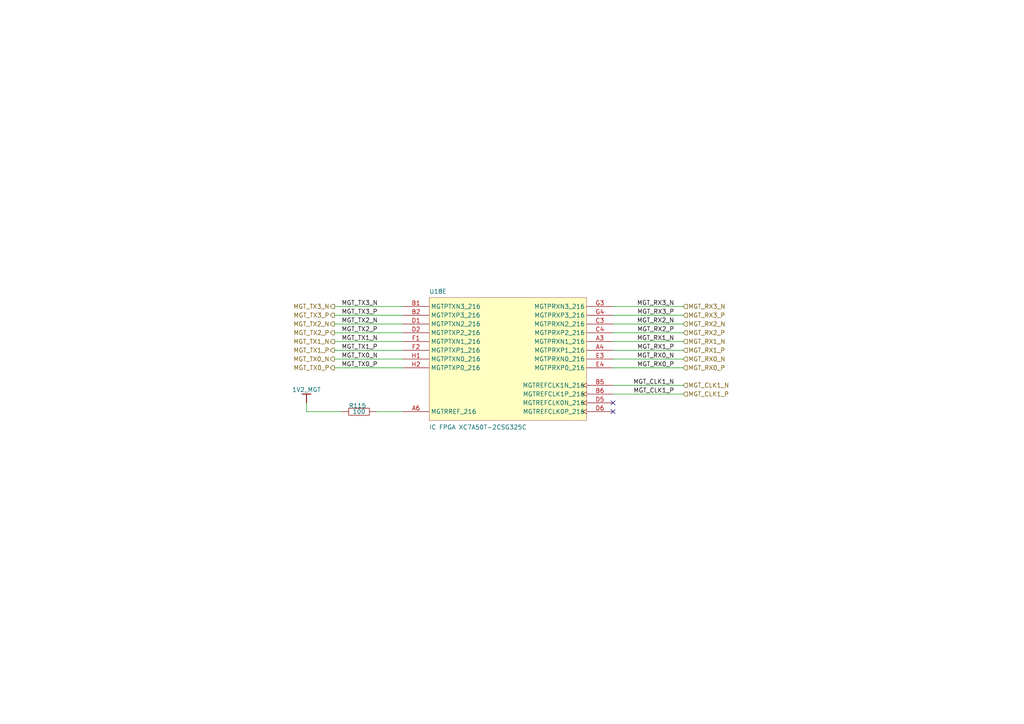
<source format=kicad_sch>
(kicad_sch (version 20241004) (generator "eeschema") (generator_version "8.99")
  (paper "A4")
  (title_block (title "ThunderScope") (rev "5") (company "EEVengers"))
  (lib_symbols
    (symbol "Thunderscope_Rev5:1V2_MGT_BAR" (power)
      (property "Value" "1V2_MGT" (at 0 -3.81 0))
      (symbol "1V2_MGT_BAR_0_0"
        (polyline (pts (xy -1.27 -2.54) (xy 1.27 -2.54)) (stroke (width 0.254)))
        (polyline (pts (xy 0 0) (xy 0 -2.54)) (stroke (width 0.254)))
        (pin power_in line (at 0 0 0) (length 0) (hide yes) (name "1V2_MGT") (number ""))
      )
    )
    (symbol "Thunderscope_Rev5:IC FPGA XC7A50T-2CSG325C"
      (symbol "IC FPGA XC7A50T-2CSG325C_1_0"
        (rectangle (start 0 0) (end -40.64 -129.54) (stroke (width 0.0254) (color 128 0 0 1)) (fill (type background)))
        (text "BANK 14" (at -5.08 -15.24 900) (effects (font (size 1.778 1.778) (thickness 0.3556) (bold yes)) (justify left top)))
        (pin bidirectional line (at -48.26 -2.54 0) (length 7.62) (name "IO_0_14") (number "L14"))
        (pin bidirectional line (at -48.26 -5.08 0) (length 7.62) (name "IO_L1P_T0_D00_MOSI_14") (number "K16"))
        (pin bidirectional line (at -48.26 -7.62 0) (length 7.62) (name "IO_L1N_T0_D01_DIN_14") (number "L17"))
        (pin bidirectional line (at -48.26 -10.16 0) (length 7.62) (name "IO_L2P_T0_D02_14") (number "J15"))
        (pin bidirectional line (at -48.26 -12.7 0) (length 7.62) (name "IO_L2N_T0_D03_14") (number "J16"))
        (pin bidirectional line (at -48.26 -15.24 0) (length 7.62) (name "IO_L3P_T0_DQS_PUDC_B_14") (number "J18"))
        (pin bidirectional clock (at -48.26 -17.78 0) (length 7.62) (name "IO_L3N_T0_DQS_EMCCLK_14") (number "K18"))
        (pin bidirectional line (at -48.26 -20.32 0) (length 7.62) (name "IO_L4P_T0_D04_14") (number "K17"))
        (pin bidirectional line (at -48.26 -22.86 0) (length 7.62) (name "IO_L4N_T0_D05_14") (number "L18"))
        (pin bidirectional line (at -48.26 -25.4 0) (length 7.62) (name "IO_L5P_T0_D06_14") (number "J14"))
        (pin bidirectional line (at -48.26 -27.94 0) (length 7.62) (name "IO_L5N_T0_D07_14") (number "K15"))
        (pin bidirectional line (at -48.26 -30.48 0) (length 7.62) (name "IO_L6P_T0_FCS_B_14") (number "L15"))
        (pin bidirectional line (at -48.26 -33.02 0) (length 7.62) (name "IO_L6N_T0_D08_VREF_14") (number "M15"))
        (pin bidirectional line (at -48.26 -35.56 0) (length 7.62) (name "IO_L7P_T1_D09_14") (number "M16"))
        (pin bidirectional line (at -48.26 -38.1 0) (length 7.62) (name "IO_L7N_T1_D10_14") (number "M17"))
        (pin bidirectional line (at -48.26 -40.64 0) (length 7.62) (name "IO_L8P_T1_D11_14") (number "M14"))
        (pin bidirectional line (at -48.26 -43.18 0) (length 7.62) (name "IO_L8N_T1_D12_14") (number "N14"))
        (pin bidirectional line (at -48.26 -45.72 0) (length 7.62) (name "IO_L9P_T1_DQS_14") (number "N16"))
        (pin bidirectional line (at -48.26 -48.26 0) (length 7.62) (name "IO_L9N_T1_DQS_D13_14") (number "N17"))
        (pin bidirectional line (at -48.26 -50.8 0) (length 7.62) (name "IO_L10P_T1_D14_14") (number "N18"))
        (pin bidirectional line (at -48.26 -53.34 0) (length 7.62) (name "IO_L10N_T1_D15_14") (number "P18"))
        (pin bidirectional clock (at -48.26 -55.88 0) (length 7.62) (name "IO_L11P_T1_SRCC_14") (number "P15"))
        (pin bidirectional clock (at -48.26 -58.42 0) (length 7.62) (name "IO_L11N_T1_SRCC_14") (number "P16"))
        (pin bidirectional clock (at -48.26 -60.96 0) (length 7.62) (name "IO_L12P_T1_MRCC_14") (number "P14"))
        (pin bidirectional clock (at -48.26 -63.5 0) (length 7.62) (name "IO_L12N_T1_MRCC_14") (number "R15"))
        (pin bidirectional clock (at -48.26 -66.04 0) (length 7.62) (name "IO_L13P_T2_MRCC_14") (number "T14"))
        (pin bidirectional clock (at -48.26 -68.58 0) (length 7.62) (name "IO_L13N_T2_MRCC_14") (number "T15"))
        (pin bidirectional clock (at -48.26 -71.12 0) (length 7.62) (name "IO_L14P_T2_SRCC_14") (number "R16"))
        (pin bidirectional clock (at -48.26 -73.66 0) (length 7.62) (name "IO_L14N_T2_SRCC_14") (number "R17"))
        (pin bidirectional line (at -48.26 -76.2 0) (length 7.62) (name "IO_L15P_T2_DQS_RDWR_B_14") (number "R18"))
        (pin bidirectional line (at -48.26 -78.74 0) (length 7.62) (name "IO_L15N_T2_DQS_DOUT_CSO_B_14") (number "T18"))
        (pin bidirectional line (at -48.26 -81.28 0) (length 7.62) (name "IO_L16P_T2_CSI_B_14") (number "T17"))
        (pin bidirectional line (at -48.26 -83.82 0) (length 7.62) (name "IO_L16N_T2_A15_D31_14") (number "U17"))
        (pin bidirectional line (at -48.26 -86.36 0) (length 7.62) (name "IO_L17P_T2_A14_D30_14") (number "U15"))
        (pin bidirectional line (at -48.26 -88.9 0) (length 7.62) (name "IO_L17N_T2_A13_D29_14") (number "U16"))
        (pin bidirectional line (at -48.26 -91.44 0) (length 7.62) (name "IO_L18P_T2_A12_D28_14") (number "V16"))
        (pin bidirectional line (at -48.26 -93.98 0) (length 7.62) (name "IO_L18N_T2_A11_D27_14") (number "V17"))
        (pin bidirectional line (at -48.26 -96.52 0) (length 7.62) (name "IO_L19P_T3_A10_D26_14") (number "R13"))
        (pin bidirectional line (at -48.26 -99.06 0) (length 7.62) (name "IO_L19N_T3_A09_D25_VREF_14") (number "T13"))
        (pin bidirectional line (at -48.26 -101.6 0) (length 7.62) (name "IO_L20P_T3_A08_D24_14") (number "U14"))
        (pin bidirectional line (at -48.26 -104.14 0) (length 7.62) (name "IO_L20N_T3_A07_D23_14") (number "V14"))
        (pin bidirectional line (at -48.26 -106.68 0) (length 7.62) (name "IO_L21P_T3_DQS_14") (number "V12"))
        (pin bidirectional line (at -48.26 -109.22 0) (length 7.62) (name "IO_L21N_T3_DQS_A06_D22_14") (number "V13"))
        (pin bidirectional line (at -48.26 -111.76 0) (length 7.62) (name "IO_L22P_T3_A05_D21_14") (number "T12"))
        (pin bidirectional line (at -48.26 -114.3 0) (length 7.62) (name "IO_L22N_T3_A04_D20_14") (number "U12"))
        (pin bidirectional line (at -48.26 -116.84 0) (length 7.62) (name "IO_L23P_T3_A03_D19_14") (number "U11"))
        (pin bidirectional line (at -48.26 -119.38 0) (length 7.62) (name "IO_L23N_T3_A02_D18_14") (number "V11"))
        (pin bidirectional line (at -48.26 -121.92 0) (length 7.62) (name "IO_L24P_T3_A01_D17_14") (number "U9"))
        (pin bidirectional line (at -48.26 -124.46 0) (length 7.62) (name "IO_L24N_T3_A00_D16_14") (number "V9"))
        (pin bidirectional line (at -48.26 -127 0) (length 7.62) (name "IO_25_14") (number "U10"))
      )
      (symbol "IC FPGA XC7A50T-2CSG325C_2_0"
        (rectangle (start 0 0) (end -35.56 -129.54) (stroke (width 0.0254) (color 128 0 0 1)) (fill (type background)))
        (text "BANK 15" (at -5.08 -15.24 900) (effects (font (size 1.778 1.778) (thickness 0.3556) (bold yes)) (justify left top)))
        (pin bidirectional line (at -43.18 -2.54 0) (length 7.62) (name "IO_0_15") (number "D10"))
        (pin bidirectional line (at -43.18 -5.08 0) (length 7.62) (name "IO_L1P_T0_AD0P_15") (number "D8"))
        (pin bidirectional line (at -43.18 -7.62 0) (length 7.62) (name "IO_L1N_T0_AD0N_15") (number "C8"))
        (pin bidirectional line (at -43.18 -10.16 0) (length 7.62) (name "IO_L2P_T0_AD8P_15") (number "D9"))
        (pin bidirectional line (at -43.18 -12.7 0) (length 7.62) (name "IO_L2N_T0_AD8N_15") (number "C9"))
        (pin bidirectional line (at -43.18 -15.24 0) (length 7.62) (name "IO_L3P_T0_DQS_AD1P_15") (number "B9"))
        (pin bidirectional line (at -43.18 -17.78 0) (length 7.62) (name "IO_L3N_T0_DQS_AD1N_15") (number "A9"))
        (pin bidirectional line (at -43.18 -20.32 0) (length 7.62) (name "IO_L4P_T0_15") (number "C11"))
        (pin bidirectional line (at -43.18 -22.86 0) (length 7.62) (name "IO_L4N_T0_15") (number "B11"))
        (pin bidirectional line (at -43.18 -25.4 0) (length 7.62) (name "IO_L5P_T0_AD9P_15") (number "B10"))
        (pin bidirectional line (at -43.18 -27.94 0) (length 7.62) (name "IO_L5N_T0_AD9N_15") (number "A10"))
        (pin bidirectional line (at -43.18 -30.48 0) (length 7.62) (name "IO_L6P_T0_15") (number "D11"))
        (pin bidirectional line (at -43.18 -33.02 0) (length 7.62) (name "IO_L6N_T0_VREF_15") (number "C12"))
        (pin bidirectional line (at -43.18 -35.56 0) (length 7.62) (name "IO_L7P_T1_AD2P_15") (number "B12"))
        (pin bidirectional line (at -43.18 -38.1 0) (length 7.62) (name "IO_L7N_T1_AD2N_15") (number "A12"))
        (pin bidirectional line (at -43.18 -40.64 0) (length 7.62) (name "IO_L8P_T1_AD10P_15") (number "A13"))
        (pin bidirectional line (at -43.18 -43.18 0) (length 7.62) (name "IO_L8N_T1_AD10N_15") (number "A14"))
        (pin bidirectional line (at -43.18 -45.72 0) (length 7.62) (name "IO_L9P_T1_DQS_AD3P_15") (number "C14"))
        (pin bidirectional line (at -43.18 -48.26 0) (length 7.62) (name "IO_L9N_T1_DQS_AD3N_15") (number "B15"))
        (pin bidirectional line (at -43.18 -50.8 0) (length 7.62) (name "IO_L10P_T1_AD11P_15") (number "B14"))
        (pin bidirectional line (at -43.18 -53.34 0) (length 7.62) (name "IO_L10N_T1_AD11N_15") (number "A15"))
        (pin bidirectional clock (at -43.18 -55.88 0) (length 7.62) (name "IO_L11P_T1_SRCC_15") (number "D13"))
        (pin bidirectional clock (at -43.18 -58.42 0) (length 7.62) (name "IO_L11N_T1_SRCC_15") (number "C13"))
        (pin bidirectional clock (at -43.18 -60.96 0) (length 7.62) (name "IO_L12P_T1_MRCC_15") (number "E13"))
        (pin bidirectional clock (at -43.18 -63.5 0) (length 7.62) (name "IO_L12N_T1_MRCC_15") (number "D14"))
        (pin bidirectional clock (at -43.18 -66.04 0) (length 7.62) (name "IO_L13P_T2_MRCC_15") (number "E15"))
        (pin bidirectional clock (at -43.18 -68.58 0) (length 7.62) (name "IO_L13N_T2_MRCC_15") (number "D15"))
        (pin bidirectional clock (at -43.18 -71.12 0) (length 7.62) (name "IO_L14P_T2_SRCC_15") (number "E16"))
        (pin bidirectional clock (at -43.18 -73.66 0) (length 7.62) (name "IO_L14N_T2_SRCC_15") (number "D16"))
        (pin bidirectional line (at -43.18 -76.2 0) (length 7.62) (name "IO_L15P_T2_DQS_15") (number "B16"))
        (pin bidirectional line (at -43.18 -78.74 0) (length 7.62) (name "IO_L15N_T2_DQS_ADV_B_15") (number "A17"))
        (pin bidirectional line (at -43.18 -81.28 0) (length 7.62) (name "IO_L16P_T2_A28_15") (number "C16"))
        (pin bidirectional line (at -43.18 -83.82 0) (length 7.62) (name "IO_L16N_T2_A27_15") (number "B17"))
        (pin bidirectional line (at -43.18 -86.36 0) (length 7.62) (name "IO_L17P_T2_A26_15") (number "E17"))
        (pin bidirectional line (at -43.18 -88.9 0) (length 7.62) (name "IO_L17N_T2_A25_15") (number "D18"))
        (pin bidirectional line (at -43.18 -91.44 0) (length 7.62) (name "IO_L18P_T2_A24_15") (number "C17"))
        (pin bidirectional line (at -43.18 -93.98 0) (length 7.62) (name "IO_L18N_T2_A23_15") (number "C18"))
        (pin bidirectional line (at -43.18 -96.52 0) (length 7.62) (name "IO_L19P_T3_A22_15") (number "G17"))
        (pin bidirectional line (at -43.18 -99.06 0) (length 7.62) (name "IO_L19N_T3_A21_VREF_15") (number "F18"))
        (pin bidirectional line (at -43.18 -101.6 0) (length 7.62) (name "IO_L20P_T3_A20_15") (number "H16"))
        (pin bidirectional line (at -43.18 -104.14 0) (length 7.62) (name "IO_L20N_T3_A19_15") (number "G16"))
        (pin bidirectional line (at -43.18 -106.68 0) (length 7.62) (name "IO_L21P_T3_DQS_15") (number "G15"))
        (pin bidirectional line (at -43.18 -109.22 0) (length 7.62) (name "IO_L21N_T3_DQS_A18_15") (number "F15"))
        (pin bidirectional line (at -43.18 -111.76 0) (length 7.62) (name "IO_L22P_T3_A17_15") (number "G14"))
        (pin bidirectional line (at -43.18 -114.3 0) (length 7.62) (name "IO_L22N_T3_A16_15") (number "F14"))
        (pin bidirectional line (at -43.18 -116.84 0) (length 7.62) (name "IO_L23P_T3_FOE_B_15") (number "H17"))
        (pin bidirectional line (at -43.18 -119.38 0) (length 7.62) (name "IO_L23N_T3_FWE_B_15") (number "H18"))
        (pin bidirectional line (at -43.18 -121.92 0) (length 7.62) (name "IO_L24P_T3_RS1_15") (number "F17"))
        (pin bidirectional line (at -43.18 -124.46 0) (length 7.62) (name "IO_L24N_T3_RS0_15") (number "E18"))
        (pin bidirectional line (at -43.18 -127 0) (length 7.62) (name "IO_25_15") (number "H14"))
      )
      (symbol "IC FPGA XC7A50T-2CSG325C_3_0"
        (rectangle (start 0 0) (end -30.48 -129.54) (stroke (width 0.0254) (color 128 0 0 1)) (fill (type background)))
        (text "BANK 34" (at -5.08 -15.24 900) (effects (font (size 1.778 1.778) (thickness 0.3556) (bold yes)) (justify left top)))
        (pin bidirectional line (at -38.1 -2.54 0) (length 7.62) (name "IO_0_34") (number "J6"))
        (pin bidirectional line (at -38.1 -5.08 0) (length 7.62) (name "IO_L1P_T0_34") (number "K6"))
        (pin bidirectional line (at -38.1 -7.62 0) (length 7.62) (name "IO_L1N_T0_34") (number "K5"))
        (pin bidirectional line (at -38.1 -10.16 0) (length 7.62) (name "IO_L2P_T0_34") (number "J5"))
        (pin bidirectional line (at -38.1 -12.7 0) (length 7.62) (name "IO_L2N_T0_34") (number "J4"))
        (pin bidirectional line (at -38.1 -15.24 0) (length 7.62) (name "IO_L3P_T0_DQS_34") (number "K2"))
        (pin bidirectional line (at -38.1 -17.78 0) (length 7.62) (name "IO_L3N_T0_DQS_34") (number "K1"))
        (pin bidirectional line (at -38.1 -20.32 0) (length 7.62) (name "IO_L4P_T0_34") (number "K3"))
        (pin bidirectional line (at -38.1 -22.86 0) (length 7.62) (name "IO_L4N_T0_34") (number "L2"))
        (pin bidirectional line (at -38.1 -25.4 0) (length 7.62) (name "IO_L5P_T0_34") (number "L4"))
        (pin bidirectional line (at -38.1 -27.94 0) (length 7.62) (name "IO_L5N_T0_34") (number "L3"))
        (pin bidirectional line (at -38.1 -30.48 0) (length 7.62) (name "IO_L6P_T0_34") (number "L5"))
        (pin bidirectional line (at -38.1 -33.02 0) (length 7.62) (name "IO_L6N_T0_VREF_34") (number "M5"))
        (pin bidirectional line (at -38.1 -35.56 0) (length 7.62) (name "IO_L7P_T1_34") (number "M2"))
        (pin bidirectional line (at -38.1 -38.1 0) (length 7.62) (name "IO_L7N_T1_34") (number "M1"))
        (pin bidirectional line (at -38.1 -40.64 0) (length 7.62) (name "IO_L8P_T1_34") (number "M6"))
        (pin bidirectional line (at -38.1 -43.18 0) (length 7.62) (name "IO_L8N_T1_34") (number "N6"))
        (pin bidirectional line (at -38.1 -45.72 0) (length 7.62) (name "IO_L9P_T1_DQS_34") (number "N1"))
        (pin bidirectional line (at -38.1 -48.26 0) (length 7.62) (name "IO_L9N_T1_DQS_34") (number "P1"))
        (pin bidirectional line (at -38.1 -50.8 0) (length 7.62) (name "IO_L10P_T1_34") (number "M4"))
        (pin bidirectional line (at -38.1 -53.34 0) (length 7.62) (name "IO_L10N_T1_34") (number "N4"))
        (pin bidirectional clock (at -38.1 -55.88 0) (length 7.62) (name "IO_L11P_T1_SRCC_34") (number "N3"))
        (pin bidirectional clock (at -38.1 -58.42 0) (length 7.62) (name "IO_L11N_T1_SRCC_34") (number "N2"))
        (pin bidirectional clock (at -38.1 -60.96 0) (length 7.62) (name "IO_L12P_T1_MRCC_34") (number "P4"))
        (pin bidirectional clock (at -38.1 -63.5 0) (length 7.62) (name "IO_L12N_T1_MRCC_34") (number "P3"))
        (pin bidirectional clock (at -38.1 -66.04 0) (length 7.62) (name "IO_L13P_T2_MRCC_34") (number "R2"))
        (pin bidirectional clock (at -38.1 -68.58 0) (length 7.62) (name "IO_L13N_T2_MRCC_34") (number "R1"))
        (pin bidirectional clock (at -38.1 -71.12 0) (length 7.62) (name "IO_L14P_T2_SRCC_34") (number "R3"))
        (pin bidirectional clock (at -38.1 -73.66 0) (length 7.62) (name "IO_L14N_T2_SRCC_34") (number "T2"))
        (pin bidirectional line (at -38.1 -76.2 0) (length 7.62) (name "IO_L15P_T2_DQS_34") (number "U2"))
        (pin bidirectional line (at -38.1 -78.74 0) (length 7.62) (name "IO_L15N_T2_DQS_34") (number "U1"))
        (pin bidirectional line (at -38.1 -81.28 0) (length 7.62) (name "IO_L16P_T2_34") (number "V3"))
        (pin bidirectional line (at -38.1 -83.82 0) (length 7.62) (name "IO_L16N_T2_34") (number "V2"))
        (pin bidirectional line (at -38.1 -86.36 0) (length 7.62) (name "IO_L17P_T2_34") (number "T4"))
        (pin bidirectional line (at -38.1 -88.9 0) (length 7.62) (name "IO_L17N_T2_34") (number "T3"))
        (pin bidirectional line (at -38.1 -91.44 0) (length 7.62) (name "IO_L18P_T2_34") (number "U4"))
        (pin bidirectional line (at -38.1 -93.98 0) (length 7.62) (name "IO_L18N_T2_34") (number "V4"))
        (pin bidirectional line (at -38.1 -96.52 0) (length 7.62) (name "IO_L19P_T3_34") (number "P6"))
        (pin bidirectional line (at -38.1 -99.06 0) (length 7.62) (name "IO_L19N_T3_VREF_34") (number "P5"))
        (pin bidirectional line (at -38.1 -101.6 0) (length 7.62) (name "IO_L20P_T3_34") (number "U6"))
        (pin bidirectional line (at -38.1 -104.14 0) (length 7.62) (name "IO_L20N_T3_34") (number "U5"))
        (pin bidirectional line (at -38.1 -106.68 0) (length 7.62) (name "IO_L21P_T3_DQS_34") (number "R5"))
        (pin bidirectional line (at -38.1 -109.22 0) (length 7.62) (name "IO_L21N_T3_DQS_34") (number "T5"))
        (pin bidirectional line (at -38.1 -111.76 0) (length 7.62) (name "IO_L22P_T3_34") (number "R7"))
        (pin bidirectional line (at -38.1 -114.3 0) (length 7.62) (name "IO_L22N_T3_34") (number "T7"))
        (pin bidirectional line (at -38.1 -116.84 0) (length 7.62) (name "IO_L23P_T3_34") (number "U7"))
        (pin bidirectional line (at -38.1 -119.38 0) (length 7.62) (name "IO_L23N_T3_34") (number "V6"))
        (pin bidirectional line (at -38.1 -121.92 0) (length 7.62) (name "IO_L24P_T3_34") (number "V8"))
        (pin bidirectional line (at -38.1 -124.46 0) (length 7.62) (name "IO_L24N_T3_34") (number "V7"))
        (pin bidirectional line (at -38.1 -127 0) (length 7.62) (name "IO_25_34") (number "R6"))
      )
      (symbol "IC FPGA XC7A50T-2CSG325C_4_0"
        (rectangle (start 0 0) (end -20.32 -63.5) (stroke (width 0.0254) (color 128 0 0 1)) (fill (type background)))
        (pin input line (at 7.62 -2.54 180) (length 7.62) (name "TDI_0") (number "T9"))
        (pin output line (at 7.62 -5.08 180) (length 7.62) (name "TDO_0") (number "T8"))
        (pin input clock (at 7.62 -7.62 180) (length 7.62) (name "TCK_0") (number "F8"))
        (pin input line (at 7.62 -10.16 180) (length 7.62) (name "TMS_0") (number "R8"))
        (pin bidirectional clock (at 7.62 -15.24 180) (length 7.62) (name "CCLK_0") (number "E8"))
        (pin input line (at 7.62 -17.78 180) (length 7.62) (name "M0_0") (number "R12"))
        (pin input line (at 7.62 -20.32 180) (length 7.62) (name "M1_0") (number "R11"))
        (pin input line (at 7.62 -22.86 180) (length 7.62) (name "M2_0") (number "F13"))
        (pin bidirectional line (at 7.62 -27.94 180) (length 7.62) (name "DONE_0") (number "F12"))
        (pin bidirectional line (at 7.62 -30.48 180) (length 7.62) (name "INIT_B_0") (number "T10"))
        (pin input line (at 7.62 -35.56 180) (length 7.62) (name "PROGRAM_B_0") (number "P10"))
        (pin input line (at 7.62 -38.1 180) (length 7.62) (name "CFGBVS_0") (number "E12"))
        (pin input line (at 7.62 -43.18 180) (length 7.62) (name "VP_0") (number "K10"))
        (pin input line (at 7.62 -45.72 180) (length 7.62) (name "VN_0") (number "L9"))
        (pin input line (at 7.62 -50.8 180) (length 7.62) (name "VREFP_0") (number "L10"))
        (pin input line (at 7.62 -53.34 180) (length 7.62) (name "VREFN_0") (number "K9"))
        (pin input line (at 7.62 -58.42 180) (length 7.62) (name "DXP_0") (number "M10"))
        (pin input line (at 7.62 -60.96 180) (length 7.62) (name "DXN_0") (number "M9"))
      )
      (symbol "IC FPGA XC7A50T-2CSG325C_5_0"
        (rectangle (start 0 0) (end -45.72 -35.56) (stroke (width 0.0254) (color 128 0 0 1)) (fill (type background)))
        (pin input line (at -53.34 -2.54 0) (length 7.62) (name "MGTRREF_216") (number "A6"))
        (pin output line (at -53.34 -15.24 0) (length 7.62) (name "MGTPTXP0_216") (number "H2"))
        (pin output line (at -53.34 -17.78 0) (length 7.62) (name "MGTPTXN0_216") (number "H1"))
        (pin output line (at -53.34 -20.32 0) (length 7.62) (name "MGTPTXP1_216") (number "F2"))
        (pin output line (at -53.34 -22.86 0) (length 7.62) (name "MGTPTXN1_216") (number "F1"))
        (pin output line (at -53.34 -25.4 0) (length 7.62) (name "MGTPTXP2_216") (number "D2"))
        (pin output line (at -53.34 -27.94 0) (length 7.62) (name "MGTPTXN2_216") (number "D1"))
        (pin output line (at -53.34 -30.48 0) (length 7.62) (name "MGTPTXP3_216") (number "B2"))
        (pin output line (at -53.34 -33.02 0) (length 7.62) (name "MGTPTXN3_216") (number "B1"))
        (pin input clock (at 7.62 -2.54 180) (length 7.62) (name "MGTREFCLK0P_216") (number "D6"))
        (pin input clock (at 7.62 -5.08 180) (length 7.62) (name "MGTREFCLK0N_216") (number "D5"))
        (pin input clock (at 7.62 -7.62 180) (length 7.62) (name "MGTREFCLK1P_216") (number "B6"))
        (pin input clock (at 7.62 -10.16 180) (length 7.62) (name "MGTREFCLK1N_216") (number "B5"))
        (pin input line (at 7.62 -15.24 180) (length 7.62) (name "MGTPRXP0_216") (number "E4"))
        (pin input line (at 7.62 -17.78 180) (length 7.62) (name "MGTPRXN0_216") (number "E3"))
        (pin input line (at 7.62 -20.32 180) (length 7.62) (name "MGTPRXP1_216") (number "A4"))
        (pin input line (at 7.62 -22.86 180) (length 7.62) (name "MGTPRXN1_216") (number "A3"))
        (pin input line (at 7.62 -25.4 180) (length 7.62) (name "MGTPRXP2_216") (number "C4"))
        (pin input line (at 7.62 -27.94 180) (length 7.62) (name "MGTPRXN2_216") (number "C3"))
        (pin input line (at 7.62 -30.48 180) (length 7.62) (name "MGTPRXP3_216") (number "G4"))
        (pin input line (at 7.62 -33.02 180) (length 7.62) (name "MGTPRXN3_216") (number "G3"))
      )
      (symbol "IC FPGA XC7A50T-2CSG325C_6_0"
        (rectangle (start 0 0) (end -30.48 -15.24) (stroke (width 0.0254) (color 128 0 0 1)) (fill (type background)))
        (pin power_in line (at -38.1 -2.54 0) (length 7.62) (name "MGTAVTT") (number "A2"))
        (pin power_in line (at -38.1 -5.08 0) (length 7.62) (name "MGTAVTT") (number "C1"))
        (pin power_in line (at -38.1 -7.62 0) (length 7.62) (name "MGTAVTT") (number "E1"))
        (pin power_in line (at -38.1 -10.16 0) (length 7.62) (name "MGTAVTT") (number "F3"))
        (pin power_in line (at -38.1 -12.7 0) (length 7.62) (name "MGTAVTT") (number "G2"))
        (pin power_in line (at 7.62 -2.54 180) (length 7.62) (name "MGTAVCC") (number "B4"))
        (pin power_in line (at 7.62 -5.08 180) (length 7.62) (name "MGTAVCC") (number "C5"))
        (pin power_in line (at 7.62 -7.62 180) (length 7.62) (name "MGTAVCC") (number "E5"))
        (pin power_in line (at 7.62 -10.16 180) (length 7.62) (name "MGTAVCC") (number "F5"))
      )
      (symbol "IC FPGA XC7A50T-2CSG325C_7_0"
        (rectangle (start 0 0) (end -25.4 -38.1) (stroke (width 0.0254) (color 128 0 0 1)) (fill (type background)))
        (pin power_in line (at -33.02 -2.54 0) (length 7.62) (name "VCCO_15") (number "A16"))
        (pin power_in line (at -33.02 -5.08 0) (length 7.62) (name "VCCO_15") (number "B13"))
        (pin power_in line (at -33.02 -7.62 0) (length 7.62) (name "VCCO_15") (number "C10"))
        (pin power_in line (at -33.02 -10.16 0) (length 7.62) (name "VCCO_15") (number "D17"))
        (pin power_in line (at -33.02 -12.7 0) (length 7.62) (name "VCCO_15") (number "E14"))
        (pin power_in line (at -33.02 -15.24 0) (length 7.62) (name "VCCO_15") (number "G18"))
        (pin power_in line (at -33.02 -17.78 0) (length 7.62) (name "VCCO_15") (number "H15"))
        (pin power_in line (at -33.02 -22.86 0) (length 7.62) (name "VCCO_34") (number "L6"))
        (pin power_in line (at -33.02 -25.4 0) (length 7.62) (name "VCCO_34") (number "M3"))
        (pin power_in line (at -33.02 -27.94 0) (length 7.62) (name "VCCO_34") (number "P7"))
        (pin power_in line (at -33.02 -30.48 0) (length 7.62) (name "VCCO_34") (number "R4"))
        (pin power_in line (at -33.02 -33.02 0) (length 7.62) (name "VCCO_34") (number "T1"))
        (pin power_in line (at -33.02 -35.56 0) (length 7.62) (name "VCCO_34") (number "V5"))
        (pin power_in line (at 7.62 -2.54 180) (length 7.62) (name "VCCO_0") (number "E10"))
        (pin power_in line (at 7.62 -5.08 180) (length 7.62) (name "VCCO_0") (number "R10"))
        (pin power_in line (at 7.62 -10.16 180) (length 7.62) (name "VCCO_14") (number "L16"))
        (pin power_in line (at 7.62 -12.7 180) (length 7.62) (name "VCCO_14") (number "P17"))
        (pin power_in line (at 7.62 -15.24 180) (length 7.62) (name "VCCO_14") (number "R14"))
        (pin power_in line (at 7.62 -17.78 180) (length 7.62) (name "VCCO_14") (number "T11"))
        (pin power_in line (at 7.62 -20.32 180) (length 7.62) (name "VCCO_14") (number "U8"))
        (pin power_in line (at 7.62 -22.86 180) (length 7.62) (name "VCCO_14") (number "U18"))
        (pin power_in line (at 7.62 -25.4 180) (length 7.62) (name "VCCO_14") (number "V15"))
      )
      (symbol "IC FPGA XC7A50T-2CSG325C_8_0"
        (rectangle (start 0 0) (end -30.48 -48.26) (stroke (width 0.0254) (color 128 0 0 1)) (fill (type background)))
        (pin power_in line (at -38.1 -2.54 0) (length 7.62) (name "VCCBATT_0") (number "E11"))
        (pin power_in line (at -38.1 -7.62 0) (length 7.62) (name "VCCADC_0") (number "J10"))
        (pin power_in line (at -38.1 -12.7 0) (length 7.62) (name "VCCAUX") (number "G12"))
        (pin power_in line (at -38.1 -15.24 0) (length 7.62) (name "VCCAUX") (number "H13"))
        (pin power_in line (at -38.1 -17.78 0) (length 7.62) (name "VCCAUX") (number "K13"))
        (pin power_in line (at -38.1 -20.32 0) (length 7.62) (name "VCCAUX") (number "M13"))
        (pin power_in line (at -38.1 -22.86 0) (length 7.62) (name "VCCAUX") (number "P13"))
        (pin power_in line (at -38.1 -27.94 0) (length 7.62) (name "VCCBRAM") (number "F11"))
        (pin power_in line (at -38.1 -30.48 0) (length 7.62) (name "VCCBRAM") (number "G10"))
        (pin power_in line (at -38.1 -33.02 0) (length 7.62) (name "VCCBRAM") (number "H11"))
        (pin power_in line (at 7.62 -2.54 180) (length 7.62) (name "VCCINT") (number "F7"))
        (pin power_in line (at 7.62 -5.08 180) (length 7.62) (name "VCCINT") (number "F9"))
        (pin power_in line (at 7.62 -7.62 180) (length 7.62) (name "VCCINT") (number "G8"))
        (pin power_in line (at 7.62 -10.16 180) (length 7.62) (name "VCCINT") (number "H7"))
        (pin power_in line (at 7.62 -12.7 180) (length 7.62) (name "VCCINT") (number "H9"))
        (pin power_in line (at 7.62 -15.24 180) (length 7.62) (name "VCCINT") (number "J8"))
        (pin power_in line (at 7.62 -17.78 180) (length 7.62) (name "VCCINT") (number "J12"))
        (pin power_in line (at 7.62 -20.32 180) (length 7.62) (name "VCCINT") (number "K7"))
        (pin power_in line (at 7.62 -22.86 180) (length 7.62) (name "VCCINT") (number "K11"))
        (pin power_in line (at 7.62 -25.4 180) (length 7.62) (name "VCCINT") (number "L8"))
        (pin power_in line (at 7.62 -27.94 180) (length 7.62) (name "VCCINT") (number "L12"))
        (pin power_in line (at 7.62 -30.48 180) (length 7.62) (name "VCCINT") (number "M7"))
        (pin power_in line (at 7.62 -33.02 180) (length 7.62) (name "VCCINT") (number "M11"))
        (pin power_in line (at 7.62 -35.56 180) (length 7.62) (name "VCCINT") (number "N8"))
        (pin power_in line (at 7.62 -38.1 180) (length 7.62) (name "VCCINT") (number "N10"))
        (pin power_in line (at 7.62 -40.64 180) (length 7.62) (name "VCCINT") (number "N12"))
        (pin power_in line (at 7.62 -43.18 180) (length 7.62) (name "VCCINT") (number "P9"))
        (pin power_in line (at 7.62 -45.72 180) (length 7.62) (name "VCCINT") (number "P11"))
      )
      (symbol "IC FPGA XC7A50T-2CSG325C_9_0"
        (rectangle (start 0 0) (end -20.32 -101.6) (stroke (width 0.0254) (color 128 0 0 1)) (fill (type background)))
        (pin power_in line (at -27.94 -2.54 0) (length 7.62) (name "GND") (number "H10"))
        (pin power_in line (at -27.94 -5.08 0) (length 7.62) (name "GND") (number "H12"))
        (pin power_in line (at -27.94 -7.62 0) (length 7.62) (name "GND") (number "J1"))
        (pin power_in line (at -27.94 -10.16 0) (length 7.62) (name "GND") (number "J2"))
        (pin power_in line (at -27.94 -12.7 0) (length 7.62) (name "GND") (number "J3"))
        (pin power_in line (at -27.94 -15.24 0) (length 7.62) (name "GND") (number "J7"))
        (pin power_in line (at -27.94 -17.78 0) (length 7.62) (name "GND") (number "J11"))
        (pin power_in line (at -27.94 -20.32 0) (length 7.62) (name "GND") (number "J13"))
        (pin power_in line (at -27.94 -22.86 0) (length 7.62) (name "GND") (number "J17"))
        (pin power_in line (at -27.94 -25.4 0) (length 7.62) (name "GND") (number "K4"))
        (pin power_in line (at -27.94 -27.94 0) (length 7.62) (name "GND") (number "K8"))
        (pin power_in line (at -27.94 -30.48 0) (length 7.62) (name "GND") (number "K12"))
        (pin power_in line (at -27.94 -33.02 0) (length 7.62) (name "GND") (number "K14"))
        (pin power_in line (at -27.94 -35.56 0) (length 7.62) (name "GND") (number "L1"))
        (pin power_in line (at -27.94 -38.1 0) (length 7.62) (name "GND") (number "L7"))
        (pin power_in line (at -27.94 -40.64 0) (length 7.62) (name "GND") (number "L11"))
        (pin power_in line (at -27.94 -43.18 0) (length 7.62) (name "GND") (number "L13"))
        (pin power_in line (at -27.94 -45.72 0) (length 7.62) (name "GND") (number "M8"))
        (pin power_in line (at -27.94 -48.26 0) (length 7.62) (name "GND") (number "M12"))
        (pin power_in line (at -27.94 -50.8 0) (length 7.62) (name "GND") (number "M18"))
        (pin power_in line (at -27.94 -53.34 0) (length 7.62) (name "GND") (number "N5"))
        (pin power_in line (at -27.94 -55.88 0) (length 7.62) (name "GND") (number "N7"))
        (pin power_in line (at -27.94 -58.42 0) (length 7.62) (name "GND") (number "N9"))
        (pin power_in line (at -27.94 -60.96 0) (length 7.62) (name "GND") (number "N11"))
        (pin power_in line (at -27.94 -63.5 0) (length 7.62) (name "GND") (number "N13"))
        (pin power_in line (at -27.94 -66.04 0) (length 7.62) (name "GND") (number "N15"))
        (pin power_in line (at -27.94 -68.58 0) (length 7.62) (name "GND") (number "P2"))
        (pin power_in line (at -27.94 -71.12 0) (length 7.62) (name "GND") (number "P8"))
        (pin power_in line (at -27.94 -73.66 0) (length 7.62) (name "GND") (number "P12"))
        (pin power_in line (at -27.94 -76.2 0) (length 7.62) (name "GND") (number "R9"))
        (pin power_in line (at -27.94 -78.74 0) (length 7.62) (name "GND") (number "T6"))
        (pin power_in line (at -27.94 -81.28 0) (length 7.62) (name "GND") (number "T16"))
        (pin power_in line (at -27.94 -83.82 0) (length 7.62) (name "GND") (number "U3"))
        (pin power_in line (at -27.94 -86.36 0) (length 7.62) (name "GND") (number "U13"))
        (pin power_in line (at -27.94 -88.9 0) (length 7.62) (name "GND") (number "V1"))
        (pin power_in line (at -27.94 -91.44 0) (length 7.62) (name "GND") (number "V10"))
        (pin power_in line (at -27.94 -93.98 0) (length 7.62) (name "GND") (number "V18"))
        (pin power_in line (at -27.94 -99.06 0) (length 7.62) (name "GNDADC_0") (number "J9"))
        (pin power_in line (at 7.62 -2.54 180) (length 7.62) (name "GND") (number "A1"))
        (pin power_in line (at 7.62 -5.08 180) (length 7.62) (name "GND") (number "A5"))
        (pin power_in line (at 7.62 -7.62 180) (length 7.62) (name "GND") (number "A7"))
        (pin power_in line (at 7.62 -10.16 180) (length 7.62) (name "GND") (number "A8"))
        (pin power_in line (at 7.62 -12.7 180) (length 7.62) (name "GND") (number "A11"))
        (pin power_in line (at 7.62 -15.24 180) (length 7.62) (name "GND") (number "A18"))
        (pin power_in line (at 7.62 -17.78 180) (length 7.62) (name "GND") (number "B3"))
        (pin power_in line (at 7.62 -20.32 180) (length 7.62) (name "GND") (number "B7"))
        (pin power_in line (at 7.62 -22.86 180) (length 7.62) (name "GND") (number "B8"))
        (pin power_in line (at 7.62 -25.4 180) (length 7.62) (name "GND") (number "B18"))
        (pin power_in line (at 7.62 -27.94 180) (length 7.62) (name "GND") (number "C2"))
        (pin power_in line (at 7.62 -30.48 180) (length 7.62) (name "GND") (number "C6"))
        (pin power_in line (at 7.62 -33.02 180) (length 7.62) (name "GND") (number "C7"))
        (pin power_in line (at 7.62 -35.56 180) (length 7.62) (name "GND") (number "C15"))
        (pin power_in line (at 7.62 -38.1 180) (length 7.62) (name "GND") (number "D3"))
        (pin power_in line (at 7.62 -40.64 180) (length 7.62) (name "GND") (number "D4"))
        (pin power_in line (at 7.62 -43.18 180) (length 7.62) (name "GND") (number "D7"))
        (pin power_in line (at 7.62 -45.72 180) (length 7.62) (name "GND") (number "D12"))
        (pin power_in line (at 7.62 -48.26 180) (length 7.62) (name "GND") (number "E2"))
        (pin power_in line (at 7.62 -50.8 180) (length 7.62) (name "GND") (number "E6"))
        (pin power_in line (at 7.62 -53.34 180) (length 7.62) (name "GND") (number "E7"))
        (pin power_in line (at 7.62 -55.88 180) (length 7.62) (name "GND") (number "E9"))
        (pin power_in line (at 7.62 -58.42 180) (length 7.62) (name "GND") (number "F4"))
        (pin power_in line (at 7.62 -60.96 180) (length 7.62) (name "GND") (number "F6"))
        (pin power_in line (at 7.62 -63.5 180) (length 7.62) (name "GND") (number "F10"))
        (pin power_in line (at 7.62 -66.04 180) (length 7.62) (name "GND") (number "F16"))
        (pin power_in line (at 7.62 -68.58 180) (length 7.62) (name "GND") (number "G1"))
        (pin power_in line (at 7.62 -71.12 180) (length 7.62) (name "GND") (number "G5"))
        (pin power_in line (at 7.62 -73.66 180) (length 7.62) (name "GND") (number "G6"))
        (pin power_in line (at 7.62 -76.2 180) (length 7.62) (name "GND") (number "G7"))
        (pin power_in line (at 7.62 -78.74 180) (length 7.62) (name "GND") (number "G9"))
        (pin power_in line (at 7.62 -81.28 180) (length 7.62) (name "GND") (number "G11"))
        (pin power_in line (at 7.62 -83.82 180) (length 7.62) (name "GND") (number "G13"))
        (pin power_in line (at 7.62 -86.36 180) (length 7.62) (name "GND") (number "H3"))
        (pin power_in line (at 7.62 -88.9 180) (length 7.62) (name "GND") (number "H4"))
        (pin power_in line (at 7.62 -91.44 180) (length 7.62) (name "GND") (number "H5"))
        (pin power_in line (at 7.62 -93.98 180) (length 7.62) (name "GND") (number "H6"))
        (pin power_in line (at 7.62 -96.52 180) (length 7.62) (name "GND") (number "H8"))
      )
    )
    (symbol "Thunderscope_Rev5:RES 100 OHM 1% 1/10W 0402" (pin_numbers (hide yes)) (pin_names (hide yes))
      (symbol "RES 100 OHM 1% 1/10W 0402_1_0"
        (rectangle (start 3 0.976) (end -3 -1.056))
        (pin passive line (at -5.08 0 0) (length 2) (name "1") (number "1"))
        (pin passive line (at 5.08 0 180) (length 2) (name "2") (number "2"))
      )
    )
  )
  (no_connect (at 177.8 119.38))
  (no_connect (at 177.8 116.84))
  (wire (pts (xy 177.8 99.06) (xy 198.12 99.06)))
  (wire (pts (xy 97.039 88.9) (xy 116.84 88.9)))
  (wire (pts (xy 177.8 91.44) (xy 198.12 91.44)))
  (wire (pts (xy 177.8 104.14) (xy 198.12 104.14)))
  (wire (pts (xy 97.039 106.68) (xy 116.84 106.68)))
  (wire (pts (xy 97.039 101.6) (xy 116.84 101.6)))
  (wire (pts (xy 88.9 119.38) (xy 88.9 116.84)))
  (wire (pts (xy 177.8 114.3) (xy 198.12 114.3)))
  (wire (pts (xy 177.8 93.98) (xy 198.12 93.98)))
  (wire (pts (xy 99.06 119.38) (xy 88.9 119.38)))
  (wire (pts (xy 97.039 104.14) (xy 116.84 104.14)))
  (wire (pts (xy 177.8 96.52) (xy 198.12 96.52)))
  (wire (pts (xy 97.039 91.44) (xy 116.84 91.44)))
  (wire (pts (xy 177.8 111.76) (xy 198.12 111.76)))
  (wire (pts (xy 177.8 106.68) (xy 198.12 106.68)))
  (wire (pts (xy 97.039 96.52) (xy 116.84 96.52)))
  (wire (pts (xy 177.8 88.9) (xy 198.12 88.9)))
  (wire (pts (xy 97.039 93.98) (xy 116.84 93.98)))
  (wire (pts (xy 97.039 99.06) (xy 116.84 99.06)))
  (wire (pts (xy 109.22 119.38) (xy 116.84 119.38)))
  (wire (pts (xy 177.8 101.6) (xy 198.12 101.6)))
  (label "MGT_TX0_N" (at 99.06 104.14 0))
  (label "MGT_RX3_N" (at 195.58 88.9 180))
  (label "MGT_RX1_P" (at 195.58 101.6 180))
  (label "MGT_CLK1_P" (at 195.58 114.3 180))
  (label "MGT_RX1_N" (at 195.58 99.06 180))
  (label "MGT_TX2_N" (at 99.06 93.98 0))
  (label "MGT_RX3_P" (at 195.58 91.44 180))
  (label "MGT_RX2_N" (at 195.58 93.98 180))
  (label "MGT_RX2_P" (at 195.58 96.52 180))
  (label "MGT_TX3_P" (at 99.06 91.44 0))
  (label "MGT_RX0_P" (at 195.58 106.68 180))
  (label "MGT_TX0_P" (at 99.06 106.68 0))
  (label "MGT_TX1_N" (at 99.06 99.06 0))
  (label "MGT_CLK1_N" (at 195.58 111.76 180))
  (label "MGT_TX2_P" (at 99.06 96.52 0))
  (label "MGT_TX3_N" (at 99.06 88.9 0))
  (label "MGT_TX1_P" (at 99.06 101.6 0))
  (label "MGT_RX0_N" (at 195.58 104.14 180))
  (hierarchical_label "MGT_RX3_P" (shape input) (at 198.12 91.44 0))
  (hierarchical_label "MGT_TX3_P" (shape output) (at 97.039 91.44 180))
  (hierarchical_label "MGT_TX2_P" (shape output) (at 97.039 96.52 180))
  (hierarchical_label "MGT_TX2_N" (shape output) (at 97.039 93.98 180))
  (hierarchical_label "MGT_RX0_P" (shape input) (at 198.12 106.68 0))
  (hierarchical_label "MGT_TX3_N" (shape output) (at 97.039 88.9 180))
  (hierarchical_label "MGT_RX3_N" (shape input) (at 198.12 88.9 0))
  (hierarchical_label "MGT_TX0_N" (shape output) (at 97.039 104.14 180))
  (hierarchical_label "MGT_RX1_N" (shape input) (at 198.12 99.06 0))
  (hierarchical_label "MGT_TX0_P" (shape output) (at 97.039 106.68 180))
  (hierarchical_label "MGT_TX1_N" (shape output) (at 97.039 99.06 180))
  (hierarchical_label "MGT_CLK1_P" (shape input) (at 198.12 114.3 0))
  (hierarchical_label "MGT_RX0_N" (shape input) (at 198.12 104.14 0))
  (hierarchical_label "MGT_RX2_P" (shape input) (at 198.12 96.52 0))
  (hierarchical_label "MGT_RX1_P" (shape input) (at 198.12 101.6 0))
  (hierarchical_label "MGT_CLK1_N" (shape input) (at 198.12 111.76 0))
  (hierarchical_label "MGT_TX1_P" (shape output) (at 97.039 101.6 180))
  (hierarchical_label "MGT_RX2_N" (shape input) (at 198.12 93.98 0))
  (symbol (lib_id "Thunderscope_Rev5:1V2_MGT_BAR") (at 88.9 116.84 180) (unit 1)
    (property "Reference" "#PWR0507" (effects (hide yes)))
    (property "Value" "1V2_MGT" (at 88.9 113.03 0))
  )
  (symbol (lib_id "Thunderscope_Rev5:RES 100 OHM 1% 1/10W 0402") (at 104.14 119.38 0) (unit 1)
    (property "Reference" "R115" (at 101.14 118.404 0) (effects (justify left bottom)))
    (property "Value" "${ALTIUM_VALUE}" (at 104.14 119.38 0))
    (property "Footprint" "GEN_R_0402" (effects (hide yes)))
    (property "TOLERANCE" "1%" (effects (hide yes)))
    (property "PACKAGE" "0402" (effects (hide yes)))
    (property "ALTIUM_VALUE" "100" (effects (hide yes)))
    (property "SUPPLIER 1" "Mouser" (effects (hide yes)))
    (property "SUPPLIER PART NUMBER 1" "603-RC0402FR-07100RL" (effects (hide yes)))
    (property "MANUFACTURER" "Yageo" (effects (hide yes)))
    (property "MANUFACTURER PART NUMBER" "RC0402FR-07100RL" (effects (hide yes)))
  )
  (symbol (lib_id "Thunderscope_Rev5:IC FPGA XC7A50T-2CSG325C") (at 170.18 121.92 0) (mirror x) (unit 5)
    (property "Reference" "U18" (at 124.46 83.82 0) (effects (justify left bottom)))
    (property "Value" "IC FPGA XC7A50T-2CSG325C" (at 124.46 123.19 0) (effects (justify left bottom)))
    (property "Footprint" "XILINX_XC7A50T-2CSG325C" (effects (hide yes)))
    (property "Description" "Artix-7 FPGA, 150 User I/Os, 4 GTP, 324-Ball BGA, Speed Grade 2, Commercial Grade, Pb-Free" (effects (hide yes)))
    (property "MANUFACTURER" "Xilinx" (effects (hide yes)))
    (property "HOUSE PART NUMBER" "XC7A50T-2CSG325C" (effects (hide yes)))
    (property "MANUFACTURER PART NUMBER" "XC7A50T-2CSG325C" (effects (hide yes)))
    (property "SUPPLIER 1" "Digi-Key" (effects (hide yes)))
    (property "SUPPLIER PART NUMBER 1" "122-2193-ND" (effects (hide yes)))
  )
)
</source>
